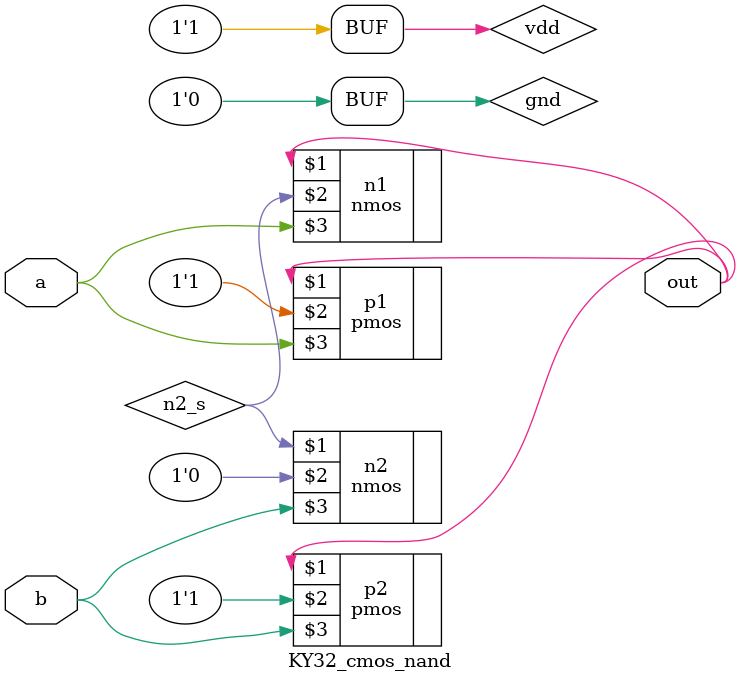
<source format=v>
module KY32_cmos_nand(output out, input a, b);
  supply1 vdd;
  supply0 gnd;
  
  wire n2_s; 

  pmos p1(out, vdd, a);
  pmos p2(out, vdd, b);
  nmos n2(n2_s, gnd, b);
  nmos n1(out, n2_s, a);
endmodule

</source>
